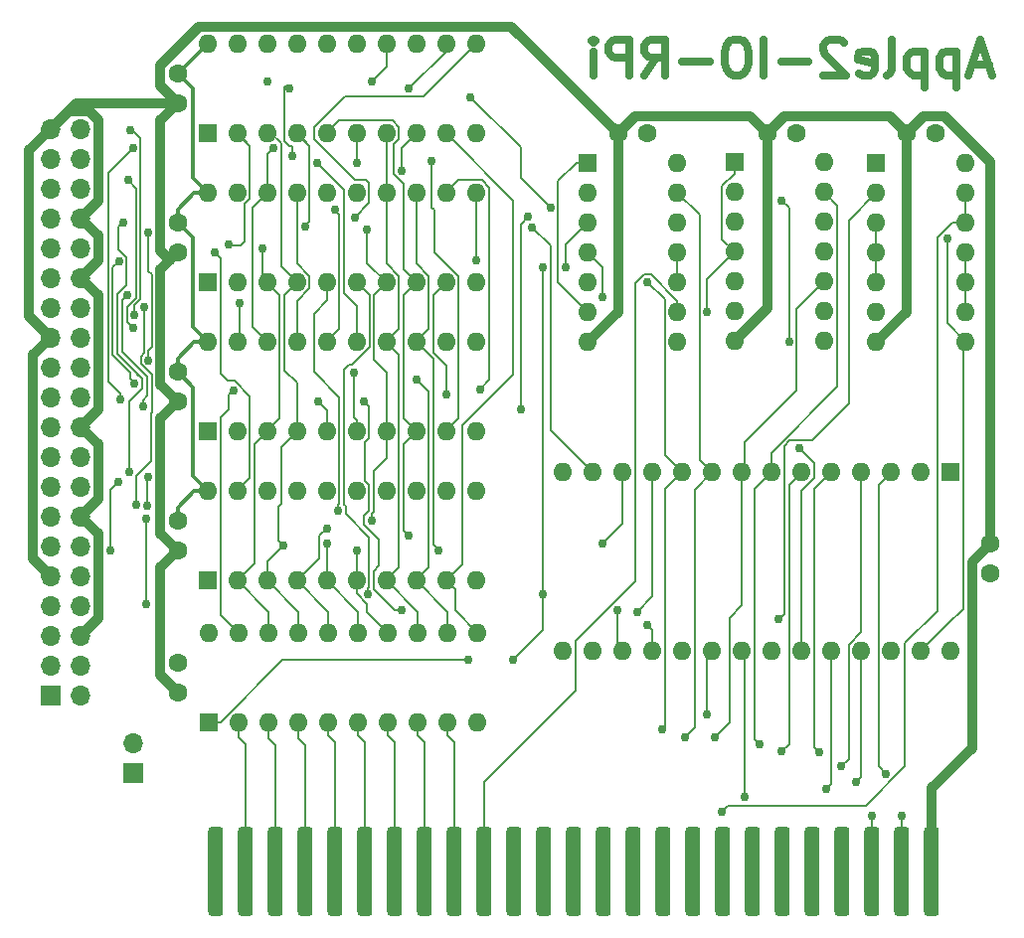
<source format=gbr>
G04 #@! TF.GenerationSoftware,KiCad,Pcbnew,(6.0.2-0)*
G04 #@! TF.CreationDate,2022-02-17T19:53:53-05:00*
G04 #@! TF.ProjectId,Apple2IORPi,4170706c-6532-4494-9f52-50692e6b6963,0.6*
G04 #@! TF.SameCoordinates,Original*
G04 #@! TF.FileFunction,Copper,L2,Bot*
G04 #@! TF.FilePolarity,Positive*
%FSLAX46Y46*%
G04 Gerber Fmt 4.6, Leading zero omitted, Abs format (unit mm)*
G04 Created by KiCad (PCBNEW (6.0.2-0)) date 2022-02-17 19:53:53*
%MOMM*%
%LPD*%
G01*
G04 APERTURE LIST*
G04 Aperture macros list*
%AMRoundRect*
0 Rectangle with rounded corners*
0 $1 Rounding radius*
0 $2 $3 $4 $5 $6 $7 $8 $9 X,Y pos of 4 corners*
0 Add a 4 corners polygon primitive as box body*
4,1,4,$2,$3,$4,$5,$6,$7,$8,$9,$2,$3,0*
0 Add four circle primitives for the rounded corners*
1,1,$1+$1,$2,$3*
1,1,$1+$1,$4,$5*
1,1,$1+$1,$6,$7*
1,1,$1+$1,$8,$9*
0 Add four rect primitives between the rounded corners*
20,1,$1+$1,$2,$3,$4,$5,0*
20,1,$1+$1,$4,$5,$6,$7,0*
20,1,$1+$1,$6,$7,$8,$9,0*
20,1,$1+$1,$8,$9,$2,$3,0*%
G04 Aperture macros list end*
%ADD10C,0.635000*%
G04 #@! TA.AperFunction,NonConductor*
%ADD11C,0.635000*%
G04 #@! TD*
G04 #@! TA.AperFunction,ConnectorPad*
%ADD12RoundRect,0.317500X-0.317500X-3.492500X0.317500X-3.492500X0.317500X3.492500X-0.317500X3.492500X0*%
G04 #@! TD*
G04 #@! TA.AperFunction,ComponentPad*
%ADD13R,1.700000X1.700000*%
G04 #@! TD*
G04 #@! TA.AperFunction,ComponentPad*
%ADD14O,1.700000X1.700000*%
G04 #@! TD*
G04 #@! TA.AperFunction,ComponentPad*
%ADD15R,1.600000X1.600000*%
G04 #@! TD*
G04 #@! TA.AperFunction,ComponentPad*
%ADD16O,1.600000X1.600000*%
G04 #@! TD*
G04 #@! TA.AperFunction,ComponentPad*
%ADD17C,1.600000*%
G04 #@! TD*
G04 #@! TA.AperFunction,ViaPad*
%ADD18C,0.762000*%
G04 #@! TD*
G04 #@! TA.AperFunction,Conductor*
%ADD19C,0.177800*%
G04 #@! TD*
G04 #@! TA.AperFunction,Conductor*
%ADD20C,0.812800*%
G04 #@! TD*
G04 #@! TA.AperFunction,Conductor*
%ADD21C,0.355600*%
G04 #@! TD*
G04 APERTURE END LIST*
D10*
D11*
X190365742Y-46888400D02*
X188914314Y-46888400D01*
X190656028Y-47759257D02*
X189640028Y-44711257D01*
X188624028Y-47759257D01*
X187608028Y-45727257D02*
X187608028Y-48775257D01*
X187608028Y-45872400D02*
X187317742Y-45727257D01*
X186737171Y-45727257D01*
X186446885Y-45872400D01*
X186301742Y-46017542D01*
X186156600Y-46307828D01*
X186156600Y-47178685D01*
X186301742Y-47468971D01*
X186446885Y-47614114D01*
X186737171Y-47759257D01*
X187317742Y-47759257D01*
X187608028Y-47614114D01*
X184850314Y-45727257D02*
X184850314Y-48775257D01*
X184850314Y-45872400D02*
X184560028Y-45727257D01*
X183979457Y-45727257D01*
X183689171Y-45872400D01*
X183544028Y-46017542D01*
X183398885Y-46307828D01*
X183398885Y-47178685D01*
X183544028Y-47468971D01*
X183689171Y-47614114D01*
X183979457Y-47759257D01*
X184560028Y-47759257D01*
X184850314Y-47614114D01*
X181657171Y-47759257D02*
X181947457Y-47614114D01*
X182092600Y-47323828D01*
X182092600Y-44711257D01*
X179334885Y-47614114D02*
X179625171Y-47759257D01*
X180205742Y-47759257D01*
X180496028Y-47614114D01*
X180641171Y-47323828D01*
X180641171Y-46162685D01*
X180496028Y-45872400D01*
X180205742Y-45727257D01*
X179625171Y-45727257D01*
X179334885Y-45872400D01*
X179189742Y-46162685D01*
X179189742Y-46452971D01*
X180641171Y-46743257D01*
X178028600Y-45001542D02*
X177883457Y-44856400D01*
X177593171Y-44711257D01*
X176867457Y-44711257D01*
X176577171Y-44856400D01*
X176432028Y-45001542D01*
X176286885Y-45291828D01*
X176286885Y-45582114D01*
X176432028Y-46017542D01*
X178173742Y-47759257D01*
X176286885Y-47759257D01*
X174980600Y-46598114D02*
X172658314Y-46598114D01*
X171206885Y-47759257D02*
X171206885Y-44711257D01*
X169174885Y-44711257D02*
X168594314Y-44711257D01*
X168304028Y-44856400D01*
X168013742Y-45146685D01*
X167868600Y-45727257D01*
X167868600Y-46743257D01*
X168013742Y-47323828D01*
X168304028Y-47614114D01*
X168594314Y-47759257D01*
X169174885Y-47759257D01*
X169465171Y-47614114D01*
X169755457Y-47323828D01*
X169900600Y-46743257D01*
X169900600Y-45727257D01*
X169755457Y-45146685D01*
X169465171Y-44856400D01*
X169174885Y-44711257D01*
X166562314Y-46598114D02*
X164240028Y-46598114D01*
X161046885Y-47759257D02*
X162062885Y-46307828D01*
X162788600Y-47759257D02*
X162788600Y-44711257D01*
X161627457Y-44711257D01*
X161337171Y-44856400D01*
X161192028Y-45001542D01*
X161046885Y-45291828D01*
X161046885Y-45727257D01*
X161192028Y-46017542D01*
X161337171Y-46162685D01*
X161627457Y-46307828D01*
X162788600Y-46307828D01*
X159740600Y-47759257D02*
X159740600Y-44711257D01*
X158579457Y-44711257D01*
X158289171Y-44856400D01*
X158144028Y-45001542D01*
X157998885Y-45291828D01*
X157998885Y-45727257D01*
X158144028Y-46017542D01*
X158289171Y-46162685D01*
X158579457Y-46307828D01*
X159740600Y-46307828D01*
X156692600Y-47759257D02*
X156692600Y-45727257D01*
X156692600Y-44711257D02*
X156837742Y-44856400D01*
X156692600Y-45001542D01*
X156547457Y-44856400D01*
X156692600Y-44711257D01*
X156692600Y-45001542D01*
D12*
X185495001Y-115570000D03*
X182955001Y-115570000D03*
X180415001Y-115570000D03*
X177875001Y-115570000D03*
X175335001Y-115570000D03*
X172795001Y-115570000D03*
X170255001Y-115570000D03*
X167715001Y-115570000D03*
X165175001Y-115570000D03*
X162635001Y-115570000D03*
X160095001Y-115570000D03*
X157555001Y-115570000D03*
X155015001Y-115570000D03*
X152475001Y-115570000D03*
X149935001Y-115570000D03*
X147395001Y-115570000D03*
X144855001Y-115570000D03*
X142315001Y-115570000D03*
X139775001Y-115570000D03*
X137235001Y-115570000D03*
X134695001Y-115570000D03*
X132155001Y-115570000D03*
X129615001Y-115570000D03*
X127075001Y-115570000D03*
X124535001Y-115570000D03*
D13*
X110490000Y-100584000D03*
D14*
X113030000Y-100584000D03*
X110490000Y-98044000D03*
X113030000Y-98044000D03*
X110490000Y-95504000D03*
X113030000Y-95504000D03*
X110490000Y-92964000D03*
X113030000Y-92964000D03*
X110490000Y-90424000D03*
X113030000Y-90424000D03*
X110490000Y-87884000D03*
X113030000Y-87884000D03*
X110490000Y-85344000D03*
X113030000Y-85344000D03*
X110490000Y-82804000D03*
X113030000Y-82804000D03*
X110490000Y-80264000D03*
X113030000Y-80264000D03*
X110490000Y-77724000D03*
X113030000Y-77724000D03*
X110490000Y-75184000D03*
X113030000Y-75184000D03*
X110490000Y-72644000D03*
X113030000Y-72644000D03*
X110490000Y-70104000D03*
X113030000Y-70104000D03*
X110490000Y-67564000D03*
X113030000Y-67564000D03*
X110490000Y-65024000D03*
X113030000Y-65024000D03*
X110490000Y-62484000D03*
X113030000Y-62484000D03*
X110490000Y-59944000D03*
X113030000Y-59944000D03*
X110490000Y-57404000D03*
X113030000Y-57404000D03*
X110490000Y-54864000D03*
X113030000Y-54864000D03*
X110490000Y-52324000D03*
X113030000Y-52324000D03*
D15*
X123952000Y-102870000D03*
D16*
X126492000Y-102870000D03*
X129032000Y-102870000D03*
X131572000Y-102870000D03*
X134112000Y-102870000D03*
X136652000Y-102870000D03*
X139192000Y-102870000D03*
X141732000Y-102870000D03*
X144272000Y-102870000D03*
X146812000Y-102870000D03*
X146812000Y-95250000D03*
X144272000Y-95250000D03*
X141732000Y-95250000D03*
X139192000Y-95250000D03*
X136652000Y-95250000D03*
X134112000Y-95250000D03*
X131572000Y-95250000D03*
X129032000Y-95250000D03*
X126492000Y-95250000D03*
X123952000Y-95250000D03*
D15*
X180771800Y-55245000D03*
D16*
X180771800Y-57785000D03*
X180771800Y-60325000D03*
X180771800Y-62865000D03*
X180771800Y-65405000D03*
X180771800Y-67945000D03*
X180771800Y-70485000D03*
X188391800Y-70485000D03*
X188391800Y-67945000D03*
X188391800Y-65405000D03*
X188391800Y-62865000D03*
X188391800Y-60325000D03*
X188391800Y-57785000D03*
X188391800Y-55245000D03*
D15*
X156210000Y-55245000D03*
D16*
X156210000Y-57785000D03*
X156210000Y-60325000D03*
X156210000Y-62865000D03*
X156210000Y-65405000D03*
X156210000Y-67945000D03*
X156210000Y-70485000D03*
X163830000Y-70485000D03*
X163830000Y-67945000D03*
X163830000Y-65405000D03*
X163830000Y-62865000D03*
X163830000Y-60325000D03*
X163830000Y-57785000D03*
X163830000Y-55245000D03*
D15*
X123825000Y-90805000D03*
D16*
X126365000Y-90805000D03*
X128905000Y-90805000D03*
X131445000Y-90805000D03*
X133985000Y-90805000D03*
X136525000Y-90805000D03*
X139065000Y-90805000D03*
X141605000Y-90805000D03*
X144145000Y-90805000D03*
X146685000Y-90805000D03*
X146685000Y-83185000D03*
X144145000Y-83185000D03*
X141605000Y-83185000D03*
X139065000Y-83185000D03*
X136525000Y-83185000D03*
X133985000Y-83185000D03*
X131445000Y-83185000D03*
X128905000Y-83185000D03*
X126365000Y-83185000D03*
X123825000Y-83185000D03*
D15*
X123825000Y-78105000D03*
D16*
X126365000Y-78105000D03*
X128905000Y-78105000D03*
X131445000Y-78105000D03*
X133985000Y-78105000D03*
X136525000Y-78105000D03*
X139065000Y-78105000D03*
X141605000Y-78105000D03*
X144145000Y-78105000D03*
X146685000Y-78105000D03*
X146685000Y-70485000D03*
X144145000Y-70485000D03*
X141605000Y-70485000D03*
X139065000Y-70485000D03*
X136525000Y-70485000D03*
X133985000Y-70485000D03*
X131445000Y-70485000D03*
X128905000Y-70485000D03*
X126365000Y-70485000D03*
X123825000Y-70485000D03*
D15*
X187101925Y-81586962D03*
D16*
X184561925Y-81586962D03*
X182021925Y-81586962D03*
X179481925Y-81586962D03*
X176941925Y-81586962D03*
X174401925Y-81586962D03*
X171861925Y-81586962D03*
X169321925Y-81586962D03*
X166781925Y-81586962D03*
X164241925Y-81586962D03*
X161701925Y-81586962D03*
X159161925Y-81586962D03*
X156621925Y-81586962D03*
X154081925Y-81586962D03*
X154081925Y-96826962D03*
X156621925Y-96826962D03*
X159161925Y-96826962D03*
X161701925Y-96826962D03*
X164241925Y-96826962D03*
X166781925Y-96826962D03*
X169321925Y-96826962D03*
X171861925Y-96826962D03*
X174401925Y-96826962D03*
X176941925Y-96826962D03*
X179481925Y-96826962D03*
X182021925Y-96826962D03*
X184561925Y-96826962D03*
X187101925Y-96826962D03*
D15*
X123825000Y-65405000D03*
D16*
X126365000Y-65405000D03*
X128905000Y-65405000D03*
X131445000Y-65405000D03*
X133985000Y-65405000D03*
X136525000Y-65405000D03*
X139065000Y-65405000D03*
X141605000Y-65405000D03*
X144145000Y-65405000D03*
X146685000Y-65405000D03*
X146685000Y-57785000D03*
X144145000Y-57785000D03*
X141605000Y-57785000D03*
X139065000Y-57785000D03*
X136525000Y-57785000D03*
X133985000Y-57785000D03*
X131445000Y-57785000D03*
X128905000Y-57785000D03*
X126365000Y-57785000D03*
X123825000Y-57785000D03*
D15*
X123825000Y-52705000D03*
D16*
X126365000Y-52705000D03*
X128905000Y-52705000D03*
X131445000Y-52705000D03*
X133985000Y-52705000D03*
X136525000Y-52705000D03*
X139065000Y-52705000D03*
X141605000Y-52705000D03*
X144145000Y-52705000D03*
X146685000Y-52705000D03*
X146685000Y-45085000D03*
X144145000Y-45085000D03*
X141605000Y-45085000D03*
X139065000Y-45085000D03*
X136525000Y-45085000D03*
X133985000Y-45085000D03*
X131445000Y-45085000D03*
X128905000Y-45085000D03*
X126365000Y-45085000D03*
X123825000Y-45085000D03*
D17*
X121285000Y-97830000D03*
X121285000Y-100330000D03*
X190500000Y-90170000D03*
X190500000Y-87670000D03*
X185851800Y-52705000D03*
X183351800Y-52705000D03*
X161290000Y-52705000D03*
X158790000Y-52705000D03*
X121285000Y-85765000D03*
X121285000Y-88265000D03*
X121285000Y-73065000D03*
X121285000Y-75565000D03*
X121285000Y-47625000D03*
X121285000Y-50125000D03*
X121285000Y-60325000D03*
X121285000Y-62825000D03*
X173990000Y-52705000D03*
X171490000Y-52705000D03*
D15*
X168706800Y-55168800D03*
D16*
X168706800Y-57708800D03*
X168706800Y-60248800D03*
X168706800Y-62788800D03*
X168706800Y-65328800D03*
X168706800Y-67868800D03*
X168706800Y-70408800D03*
X176326800Y-70408800D03*
X176326800Y-67868800D03*
X176326800Y-65328800D03*
X176326800Y-62788800D03*
X176326800Y-60248800D03*
X176326800Y-57708800D03*
X176326800Y-55168800D03*
D13*
X117500400Y-107238800D03*
D14*
X117500400Y-104698800D03*
D18*
X133985000Y-87630000D03*
X140970000Y-86995000D03*
X143510000Y-88265000D03*
X136525000Y-55245000D03*
X136525000Y-88265000D03*
X181610000Y-107315000D03*
X158750000Y-93345000D03*
X177800000Y-106654599D03*
X141605000Y-73660000D03*
X140335000Y-55892700D03*
X161290000Y-94602300D03*
X175895000Y-105410000D03*
X129438400Y-53988593D03*
X172720000Y-105397300D03*
X172466000Y-94107000D03*
X166370000Y-102235000D03*
X170815000Y-104749600D03*
X169557700Y-109220000D03*
X167005000Y-104140000D03*
X164465000Y-104140000D03*
X162560000Y-103505000D03*
X161290000Y-65405000D03*
X176530000Y-108585000D03*
X128524000Y-62547500D03*
X160401000Y-93497400D03*
X125649727Y-62204599D03*
X179070000Y-107950000D03*
X130276600Y-87833200D03*
X157454600Y-87680800D03*
X132156200Y-60629800D03*
X137414000Y-60947300D03*
X151485600Y-60706000D03*
X137795000Y-85725000D03*
X133985000Y-86360000D03*
X167640000Y-110490000D03*
X180415001Y-110871000D03*
X182955001Y-110871000D03*
X118618000Y-92837000D03*
X118592600Y-85547200D03*
X137160000Y-75565000D03*
X144145000Y-74930000D03*
X140335000Y-93345000D03*
X137509508Y-92004891D03*
X115581801Y-88265000D03*
X116205000Y-82448400D03*
X134975600Y-84886800D03*
X118783199Y-82016600D03*
X118719600Y-84429600D03*
X117779800Y-84378800D03*
X118427500Y-67487800D03*
X116611400Y-60299600D03*
X117132100Y-81584800D03*
X136372600Y-59867800D03*
X131025999Y-54636293D03*
X140970000Y-48895000D03*
X116408200Y-75412600D03*
X117475000Y-53975000D03*
X130810000Y-48920400D03*
X128905000Y-48272700D03*
X137795000Y-48272700D03*
X117017800Y-66497200D03*
X118351300Y-75980431D03*
X117602000Y-74015600D03*
X116281200Y-63600701D03*
X126517400Y-67157600D03*
X118783199Y-61163200D03*
X118783199Y-72059800D03*
X133248400Y-75603199D03*
X117500400Y-69316600D03*
X117043200Y-56718200D03*
X136271000Y-73088500D03*
X134645400Y-59207400D03*
X142925800Y-55067200D03*
X133159401Y-55269910D03*
X117271800Y-52451000D03*
X117602000Y-68224400D03*
X149860000Y-97601573D03*
X152400000Y-64135000D03*
X152400000Y-91948000D03*
X146050000Y-97601573D03*
X157480000Y-66675000D03*
X126034006Y-74625994D03*
X166370000Y-67945000D03*
X154330401Y-64135000D03*
X124460000Y-62865000D03*
X151136567Y-59833416D03*
X150495000Y-76200000D03*
X174218600Y-79552800D03*
X147015200Y-74549000D03*
X146685000Y-63500000D03*
X153035000Y-59055000D03*
X146227800Y-49631600D03*
X172720000Y-58420000D03*
X173355000Y-70485000D03*
X186798209Y-61703209D03*
D19*
X140131701Y-52192983D02*
X139577017Y-51638299D01*
X140538299Y-79171701D02*
X140538299Y-86563299D01*
X139687299Y-56203597D02*
X139687299Y-54622701D01*
X135051701Y-51638299D02*
X133985000Y-52705000D01*
X140538299Y-77038299D02*
X141605000Y-78105000D01*
X140538299Y-86563299D02*
X140970000Y-86995000D01*
X133985000Y-87630000D02*
X133985000Y-90805000D01*
X140538299Y-66471701D02*
X140538299Y-77038299D01*
X140538299Y-64338299D02*
X140538299Y-57054597D01*
X139700000Y-54610000D02*
X139700000Y-53648718D01*
X140131701Y-53217017D02*
X140131701Y-52192983D01*
X139687299Y-54622701D02*
X139700000Y-54610000D01*
X141605000Y-65405000D02*
X140538299Y-64338299D01*
X141605000Y-65405000D02*
X140538299Y-66471701D01*
X140538299Y-57054597D02*
X139687299Y-56203597D01*
X139577017Y-51638299D02*
X135051701Y-51638299D01*
X139700000Y-53648718D02*
X140131701Y-53217017D01*
X136652000Y-95250000D02*
X136652000Y-93472000D01*
X136652000Y-93472000D02*
X133985000Y-90805000D01*
X141605000Y-78105000D02*
X140538299Y-79171701D01*
X137414000Y-93472000D02*
X139192000Y-95250000D01*
X136525000Y-91936370D02*
X137414000Y-92825370D01*
X143027311Y-87782311D02*
X143510000Y-88265000D01*
X136525000Y-88265000D02*
X136525000Y-90805000D01*
X142671701Y-69418299D02*
X141605000Y-70485000D01*
X136525000Y-55245000D02*
X136525000Y-52705000D01*
X142671701Y-64892983D02*
X142671701Y-69418299D01*
X141605000Y-70485000D02*
X143027311Y-71907311D01*
X141605000Y-63826282D02*
X142671701Y-64892983D01*
X141605000Y-57785000D02*
X141605000Y-63826282D01*
X137414000Y-92825370D02*
X137414000Y-93472000D01*
X136525000Y-90805000D02*
X136525000Y-91936370D01*
X143027311Y-71907311D02*
X143027311Y-87782311D01*
X181610000Y-107315000D02*
X180955224Y-106660224D01*
X180955224Y-82653663D02*
X182021925Y-81586962D01*
X180955224Y-106660224D02*
X180955224Y-82653663D01*
X139065000Y-57785000D02*
X139065000Y-63826282D01*
X139065000Y-52705000D02*
X139065000Y-57785000D01*
X140131701Y-89738299D02*
X140131701Y-71551701D01*
X158750000Y-93345000D02*
X158750000Y-96415037D01*
X139065000Y-90805000D02*
X140131701Y-89738299D01*
X141732000Y-93472000D02*
X139065000Y-90805000D01*
X140131701Y-69418299D02*
X139065000Y-70485000D01*
X140131701Y-71551701D02*
X139065000Y-70485000D01*
X141732000Y-95250000D02*
X141732000Y-93472000D01*
X140131701Y-64892983D02*
X140131701Y-69418299D01*
X158750000Y-96415037D02*
X159161925Y-96826962D01*
X139065000Y-63826282D02*
X140131701Y-64892983D01*
X179481925Y-95248244D02*
X178415224Y-96314945D01*
X178415224Y-96314945D02*
X178415224Y-106039375D01*
X178415224Y-106039375D02*
X177800000Y-106654599D01*
X179481925Y-81586962D02*
X179481925Y-95248244D01*
X141605000Y-90805000D02*
X142671701Y-89738299D01*
X140335000Y-53975000D02*
X140335000Y-55892700D01*
X132388718Y-64770000D02*
X131445000Y-63826282D01*
X161290000Y-94602300D02*
X161701925Y-95014225D01*
X161701925Y-95014225D02*
X161701925Y-96826962D01*
X142671701Y-74726701D02*
X141605000Y-73660000D01*
X131445000Y-66983718D02*
X132511701Y-65917017D01*
X141605000Y-52705000D02*
X140335000Y-53975000D01*
X144272000Y-93472000D02*
X141605000Y-90805000D01*
X132511701Y-65917017D02*
X132511701Y-64770000D01*
X131445000Y-63826282D02*
X131445000Y-57785000D01*
X144272000Y-95250000D02*
X144272000Y-93472000D01*
X132511701Y-64770000D02*
X132388718Y-64770000D01*
X142671701Y-89738299D02*
X142671701Y-74726701D01*
X131445000Y-70485000D02*
X131445000Y-66983718D01*
X175514001Y-83014886D02*
X176941925Y-81586962D01*
X175895000Y-105410000D02*
X175514001Y-105029001D01*
X175514001Y-105029001D02*
X175514001Y-83014886D01*
X128905000Y-54521993D02*
X129438400Y-53988593D01*
X145150595Y-89799405D02*
X144145000Y-90805000D01*
X144944999Y-91604999D02*
X144944999Y-93382999D01*
X144145000Y-52705000D02*
X149872701Y-58432701D01*
X144944999Y-93382999D02*
X146812000Y-95250000D01*
X127635000Y-59055000D02*
X127635000Y-69215000D01*
X149872701Y-73266398D02*
X145542099Y-77597000D01*
X127635000Y-69215000D02*
X128905000Y-70485000D01*
X144145000Y-90805000D02*
X144944999Y-91604999D01*
X145542099Y-77597000D02*
X145542099Y-89407901D01*
X149872701Y-58432701D02*
X149872701Y-73266398D01*
X128905000Y-57785000D02*
X127635000Y-59055000D01*
X145542099Y-89407901D02*
X144145000Y-90805000D01*
X128905000Y-57785000D02*
X128905000Y-54521993D01*
X174401925Y-81586962D02*
X173335224Y-82653663D01*
X173335224Y-104782076D02*
X172720000Y-105397300D01*
X173335224Y-82653663D02*
X173335224Y-104782076D01*
X178415224Y-60141576D02*
X180771800Y-57785000D01*
X166370000Y-97238887D02*
X166781925Y-96826962D01*
X172928626Y-93644374D02*
X172928626Y-79369574D01*
X173393101Y-78905099D02*
X175286407Y-78905099D01*
X166370000Y-102235000D02*
X166370000Y-97238887D01*
X172466000Y-94107000D02*
X172928626Y-93644374D01*
X178415224Y-75776282D02*
X178415224Y-60141576D01*
X172928626Y-79369574D02*
X173393101Y-78905099D01*
X175286407Y-78905099D02*
X178415224Y-75776282D01*
X170434001Y-104368601D02*
X170434001Y-83014886D01*
X177469701Y-74325591D02*
X171861925Y-79933367D01*
X176326800Y-57708800D02*
X177469701Y-58851701D01*
X170434001Y-83014886D02*
X171861925Y-81586962D01*
X170815000Y-104749600D02*
X170434001Y-104368601D01*
X177469701Y-58851701D02*
X177469701Y-74325591D01*
X171861925Y-79933367D02*
X171861925Y-81586962D01*
X172085000Y-81363887D02*
X171861925Y-81586962D01*
X169557700Y-109220000D02*
X169557700Y-97062737D01*
X169557700Y-97062737D02*
X169321925Y-96826962D01*
X169545000Y-79051402D02*
X171627800Y-76968602D01*
X168275000Y-102870000D02*
X168255224Y-102850224D01*
X168255224Y-102850224D02*
X168255224Y-93999776D01*
X167005000Y-104140000D02*
X168275000Y-102870000D01*
X169545000Y-81363887D02*
X169321925Y-81586962D01*
X174002701Y-74593701D02*
X171627800Y-76968602D01*
X169321925Y-92933075D02*
X168255224Y-93999776D01*
X169321925Y-81586962D02*
X169321925Y-92933075D01*
X171627800Y-76968602D02*
X171774103Y-76822299D01*
X174002701Y-67652899D02*
X174002701Y-74593701D01*
X176326800Y-65328800D02*
X174002701Y-67652899D01*
X169545000Y-79051402D02*
X169545000Y-81363887D01*
X166781925Y-81586962D02*
X165722299Y-80527336D01*
X165722299Y-59677299D02*
X163830000Y-57785000D01*
X164465000Y-104140000D02*
X165308626Y-103296374D01*
X165722299Y-80527336D02*
X165722299Y-59677299D01*
X165308626Y-103296374D02*
X165308626Y-83060261D01*
X165308626Y-83060261D02*
X166781925Y-81586962D01*
X162814001Y-103250999D02*
X162560000Y-103505000D01*
X164241925Y-81586962D02*
X162763299Y-80108336D01*
X162763299Y-80108336D02*
X162763299Y-66878299D01*
X162814001Y-83014886D02*
X164241925Y-81586962D01*
X162814001Y-83014886D02*
X162814001Y-103250999D01*
X162763299Y-66878299D02*
X161290000Y-65405000D01*
X176530000Y-108585000D02*
X176941925Y-108173075D01*
X176941925Y-108173075D02*
X176941925Y-96826962D01*
X129971701Y-66471701D02*
X128905000Y-65405000D01*
X161701925Y-92196475D02*
X160401000Y-93497400D01*
X128524000Y-65024000D02*
X128905000Y-65405000D01*
X126365000Y-52705000D02*
X127431701Y-53771701D01*
X127838299Y-89331701D02*
X127838299Y-79171701D01*
X129971701Y-77038299D02*
X129971701Y-66471701D01*
X128524000Y-62547500D02*
X128524000Y-65024000D01*
X129032000Y-93472000D02*
X126365000Y-90805000D01*
X126675897Y-62242701D02*
X125687829Y-62242701D01*
X127164999Y-53504999D02*
X126365000Y-52705000D01*
X126365000Y-90805000D02*
X127838299Y-89331701D01*
X127012701Y-58716017D02*
X127012701Y-61905897D01*
X161701925Y-81586962D02*
X161701925Y-92196475D01*
X127431701Y-53771701D02*
X127431701Y-58297017D01*
X127431701Y-58297017D02*
X127012701Y-58716017D01*
X127012701Y-61905897D02*
X126675897Y-62242701D01*
X127838299Y-79171701D02*
X128905000Y-78105000D01*
X129032000Y-95250000D02*
X129032000Y-93472000D01*
X125687829Y-62242701D02*
X125649727Y-62204599D01*
X128905000Y-78105000D02*
X129971701Y-77038299D01*
X179070000Y-107950000D02*
X179481925Y-107538075D01*
X179481925Y-107538075D02*
X179481925Y-96826962D01*
X130086101Y-64046101D02*
X130086101Y-54508400D01*
X130124200Y-79425800D02*
X130276600Y-79273400D01*
X131445000Y-65405000D02*
X130378299Y-66471701D01*
X130086101Y-53576209D02*
X129214892Y-52705000D01*
X129895601Y-84505799D02*
X130124200Y-84277200D01*
X130276600Y-79273400D02*
X131445000Y-78105000D01*
X131445000Y-65405000D02*
X130086101Y-64046101D01*
X130276600Y-87833200D02*
X129895601Y-87452201D01*
X130378299Y-72916897D02*
X131445000Y-73983598D01*
X131445000Y-78105000D02*
X131445000Y-73983598D01*
X159161925Y-81586962D02*
X159161925Y-85973475D01*
X131572000Y-95250000D02*
X131572000Y-93472000D01*
X130175000Y-79375000D02*
X130276600Y-79273400D01*
X130276600Y-87833200D02*
X128905000Y-89204800D01*
X130124200Y-84277200D02*
X130124200Y-79425800D01*
X130086101Y-54508400D02*
X130086101Y-53576209D01*
X129214892Y-52705000D02*
X128905000Y-52705000D01*
X128905000Y-89204800D02*
X128905000Y-90805000D01*
X159161925Y-85973475D02*
X157454600Y-87680800D01*
X130378299Y-66471701D02*
X130378299Y-72916897D01*
X130086101Y-54508400D02*
X130086101Y-54394099D01*
X129895601Y-87452201D02*
X129895601Y-84505799D01*
X131572000Y-93472000D02*
X128905000Y-90805000D01*
X153047701Y-62268101D02*
X153047701Y-78012738D01*
X132244999Y-53504999D02*
X131445000Y-52705000D01*
X139065000Y-80391000D02*
X139065000Y-78105000D01*
X137998299Y-72009099D02*
X139065000Y-73075800D01*
X133985000Y-86360000D02*
X133337299Y-87007701D01*
X137795000Y-85166200D02*
X137972800Y-84988400D01*
X139065000Y-65405000D02*
X137998299Y-66471701D01*
X137795000Y-85725000D02*
X137795000Y-85166200D01*
X132511701Y-53771701D02*
X132511701Y-60274299D01*
X139065000Y-65405000D02*
X137414000Y-63754000D01*
X137972800Y-81483200D02*
X139065000Y-80391000D01*
X139065000Y-73075800D02*
X139065000Y-78105000D01*
X137998299Y-66471701D02*
X137998299Y-72009099D01*
X151485600Y-60706000D02*
X153047701Y-62268101D01*
X153047701Y-78012738D02*
X156621925Y-81586962D01*
X134112000Y-93472000D02*
X131445000Y-90805000D01*
X134112000Y-95250000D02*
X134112000Y-93472000D01*
X137972800Y-84988400D02*
X137972800Y-81483200D01*
X132511701Y-60274299D02*
X132156200Y-60629800D01*
X137414000Y-63754000D02*
X137414000Y-60947300D01*
X133337299Y-87007701D02*
X133337299Y-88912701D01*
X131445000Y-52705000D02*
X132511701Y-53771701D01*
X133337299Y-88912701D02*
X131445000Y-90805000D01*
X183232299Y-96119496D02*
X185959024Y-93392771D01*
X168122600Y-110007400D02*
X179876198Y-110007400D01*
X179876198Y-110007400D02*
X183232299Y-106651299D01*
X187260430Y-60325000D02*
X185959024Y-61626406D01*
X185959024Y-93392771D02*
X185959024Y-61626406D01*
X188391800Y-60325000D02*
X187260430Y-60325000D01*
X168122600Y-110007400D02*
X167640000Y-110490000D01*
X183232299Y-106651299D02*
X183232299Y-96119496D01*
X188391800Y-57785000D02*
X188391800Y-60325000D01*
X180415001Y-115570000D02*
X180415001Y-110871000D01*
X182955001Y-110871000D02*
X182955001Y-115570000D01*
X141732000Y-102870000D02*
X141732000Y-104001370D01*
X141732000Y-104001370D02*
X142315001Y-104584371D01*
X142315001Y-104584371D02*
X142315001Y-115570000D01*
X139192000Y-102870000D02*
X139192000Y-104001370D01*
X139775001Y-104584371D02*
X139775001Y-115570000D01*
X139192000Y-104001370D02*
X139775001Y-104584371D01*
X137235001Y-104584371D02*
X137235001Y-115570000D01*
X136652000Y-104001370D02*
X137235001Y-104584371D01*
X136652000Y-102870000D02*
X136652000Y-104001370D01*
X134695001Y-104584371D02*
X134695001Y-115570000D01*
X134112000Y-102870000D02*
X134112000Y-104001370D01*
X134112000Y-104001370D02*
X134695001Y-104584371D01*
X131572000Y-102870000D02*
X131572000Y-104267000D01*
X132155001Y-104850001D02*
X132155001Y-115570000D01*
X131572000Y-104267000D02*
X132155001Y-104850001D01*
X129615001Y-104850001D02*
X129615001Y-115570000D01*
X129032000Y-102870000D02*
X129032000Y-104267000D01*
X129032000Y-104267000D02*
X129615001Y-104850001D01*
X126492000Y-104191999D02*
X127075001Y-104775000D01*
X127075001Y-104775000D02*
X127075001Y-115570000D01*
X126492000Y-102870000D02*
X126492000Y-104191999D01*
X118592600Y-92811600D02*
X118618000Y-92837000D01*
X118592600Y-85547200D02*
X118592600Y-92811600D01*
X137147299Y-86035897D02*
X138442701Y-87331299D01*
X138442701Y-87331299D02*
X138442701Y-89573198D01*
X143078299Y-71455391D02*
X144145000Y-72522092D01*
X137591701Y-82672983D02*
X137591701Y-84866591D01*
X137160000Y-75565000D02*
X137591701Y-75996701D01*
X137591701Y-84866591D02*
X137147299Y-85310993D01*
X137998299Y-90017600D02*
X137998299Y-91547114D01*
X138442701Y-89573198D02*
X137998299Y-90017600D01*
X137998299Y-91547114D02*
X139796185Y-93345000D01*
X137236200Y-79044800D02*
X137236200Y-82317482D01*
X143078299Y-66471701D02*
X143078299Y-71455391D01*
X144145000Y-65405000D02*
X143078299Y-66471701D01*
X137147299Y-85310993D02*
X137147299Y-86035897D01*
X137591701Y-75996701D02*
X137591701Y-78689299D01*
X137236200Y-82317482D02*
X137591701Y-82672983D01*
X144145000Y-72522092D02*
X144145000Y-74930000D01*
X139796185Y-93345000D02*
X140335000Y-93345000D01*
X137591701Y-78689299D02*
X137236200Y-79044800D01*
X135458299Y-77089000D02*
X135458299Y-84328099D01*
X135890001Y-72440799D02*
X135458299Y-72872501D01*
X137509508Y-91466076D02*
X137509508Y-92004891D01*
X135458299Y-72872501D02*
X135458299Y-75412600D01*
X135623301Y-84493101D02*
X135623301Y-85153501D01*
X135458299Y-75412600D02*
X135458299Y-77089000D01*
X137642600Y-70946118D02*
X136147919Y-72440799D01*
X136147919Y-72440799D02*
X135890001Y-72440799D01*
X135458299Y-84328099D02*
X135623301Y-84493101D01*
X137591701Y-91383883D02*
X137509508Y-91466076D01*
X135623301Y-85153501D02*
X137591701Y-87121901D01*
X137591701Y-87121901D02*
X137591701Y-91383883D01*
X135458299Y-76308103D02*
X135458299Y-77089000D01*
X137642600Y-66522600D02*
X137642600Y-70946118D01*
X136525000Y-65405000D02*
X137642600Y-66522600D01*
X135458299Y-75087690D02*
X135458299Y-75412600D01*
X116205000Y-82448400D02*
X115581801Y-83071599D01*
X115581801Y-83071599D02*
X115581801Y-88265000D01*
X134975600Y-84347985D02*
X134975600Y-84886800D01*
X135051701Y-75184000D02*
X135051701Y-84271884D01*
X135051701Y-84271884D02*
X134975600Y-84347985D01*
X133985000Y-66954400D02*
X132867311Y-68072089D01*
X132867311Y-68072089D02*
X132867311Y-72999610D01*
X133985000Y-65405000D02*
X133985000Y-66954400D01*
X132867311Y-72999610D02*
X135051701Y-75184000D01*
X118719600Y-82080199D02*
X118783199Y-82016600D01*
X118719600Y-84429600D02*
X118719600Y-82080199D01*
X119075289Y-76479311D02*
X118999000Y-76555600D01*
X118999000Y-80676498D02*
X117779800Y-81895698D01*
X119075289Y-73310488D02*
X119075289Y-76479311D01*
X118135498Y-72370697D02*
X119075289Y-73310488D01*
X118427500Y-68605400D02*
X118427500Y-71456901D01*
X118135498Y-71748903D02*
X118135498Y-72370697D01*
X118999000Y-76555600D02*
X118999000Y-80676498D01*
X118427500Y-68605400D02*
X118427500Y-69348098D01*
X118427500Y-67487800D02*
X118427500Y-68605400D01*
X117779800Y-81895698D02*
X117779800Y-84378800D01*
X118427500Y-71456901D02*
X118135498Y-71748903D01*
X116103420Y-66446380D02*
X116103420Y-69240400D01*
X137337899Y-56718299D02*
X137591701Y-56972101D01*
X118249701Y-74142600D02*
X118249701Y-73704703D01*
X116928901Y-65620899D02*
X116103420Y-66446380D01*
X132918299Y-52192983D02*
X135568581Y-49542701D01*
X117132100Y-75596498D02*
X118249701Y-74478897D01*
X118249701Y-73621578D02*
X118249701Y-74142600D01*
X116928901Y-63309501D02*
X116928901Y-65620899D01*
X137591701Y-56972101D02*
X137591701Y-58648699D01*
X132918299Y-53217017D02*
X132918299Y-52192983D01*
X132918299Y-53217017D02*
X136419581Y-56718299D01*
X136419581Y-56718299D02*
X137337899Y-56718299D01*
X117132100Y-81584800D02*
X117132100Y-75596498D01*
X118249701Y-74478897D02*
X118249701Y-74142600D01*
X116230401Y-62611001D02*
X116928901Y-63309501D01*
X135568581Y-49542701D02*
X142227299Y-49542701D01*
X116103420Y-69240400D02*
X116103420Y-70535800D01*
X116230401Y-60680599D02*
X116230401Y-62611001D01*
X142227299Y-49542701D02*
X146685000Y-45085000D01*
X116611400Y-60299600D02*
X116230401Y-60680599D01*
X137591701Y-58648699D02*
X136372600Y-59867800D01*
X117957609Y-73329486D02*
X117627723Y-72999600D01*
X116103420Y-71475297D02*
X118249701Y-73621578D01*
X116103420Y-69240400D02*
X116103420Y-71475297D01*
X116408200Y-75412600D02*
X116408200Y-74873785D01*
X130378299Y-48691701D02*
X130581301Y-48691701D01*
X115392200Y-56057800D02*
X115392200Y-70916800D01*
X115392200Y-70916800D02*
X115392200Y-71577200D01*
X117475000Y-53975000D02*
X115392200Y-56057800D01*
X130378299Y-48691701D02*
X130378299Y-53365499D01*
X130378299Y-53365499D02*
X130784501Y-53771701D01*
X140970000Y-48895000D02*
X144145000Y-45720000D01*
X130784501Y-53771701D02*
X130962301Y-53771701D01*
X115392200Y-73857785D02*
X115392200Y-70916800D01*
X130962301Y-53771701D02*
X131025999Y-53835399D01*
X130581301Y-48691701D02*
X130810000Y-48920400D01*
X144145000Y-45720000D02*
X144145000Y-45085000D01*
X131025999Y-53835399D02*
X131025999Y-54636293D01*
X116408200Y-74873785D02*
X115392200Y-73857785D01*
X139065000Y-47002700D02*
X137795000Y-48272700D01*
X139065000Y-45085000D02*
X139065000Y-47002700D01*
X116598690Y-71336797D02*
X118719679Y-73457786D01*
X117017800Y-66497200D02*
X116598690Y-66916310D01*
X118719679Y-75073237D02*
X118351300Y-75441616D01*
X118719679Y-73457786D02*
X118719679Y-75073237D01*
X118351300Y-75441616D02*
X118351300Y-75980431D01*
X116598690Y-66916310D02*
X116598690Y-71336797D01*
X115747810Y-64134091D02*
X116281200Y-63600701D01*
X115747810Y-71622595D02*
X115747810Y-64134091D01*
X117221001Y-73634601D02*
X117221001Y-73095786D01*
X117221001Y-73095786D02*
X115747810Y-71622595D01*
X117602000Y-74015600D02*
X117221001Y-73634601D01*
X126517400Y-70332600D02*
X126365000Y-70485000D01*
X126517400Y-67157600D02*
X126517400Y-70332600D01*
X133985000Y-76339799D02*
X133248400Y-75603199D01*
X119075200Y-70929599D02*
X118783199Y-71221600D01*
X119075200Y-64744600D02*
X119075200Y-70929599D01*
X118783199Y-71221600D02*
X118783199Y-72059800D01*
X118783199Y-61163200D02*
X118783199Y-64452599D01*
X118783199Y-64452599D02*
X119075200Y-64744600D01*
X133985000Y-78105000D02*
X133985000Y-76339799D01*
X117500400Y-69316600D02*
X116954299Y-68770499D01*
X117754400Y-57429400D02*
X117043200Y-56718200D01*
X136271000Y-73088500D02*
X136271000Y-76911200D01*
X117754400Y-66719198D02*
X117754400Y-57429400D01*
X116954299Y-68770499D02*
X116954299Y-67519299D01*
X116954299Y-67519299D02*
X117754400Y-66719198D01*
X136525000Y-78105000D02*
X136525000Y-77165200D01*
X136271000Y-76911200D02*
X136525000Y-77165200D01*
X133985000Y-70485000D02*
X135051701Y-69418299D01*
X135051701Y-59613701D02*
X134645400Y-59207400D01*
X135051701Y-69418299D02*
X135051701Y-59613701D01*
X142925800Y-59029600D02*
X142925800Y-55067200D01*
X143154400Y-59258200D02*
X143154400Y-62835682D01*
X145211701Y-64892983D02*
X145211701Y-77038299D01*
X145211701Y-77038299D02*
X144145000Y-78105000D01*
X143154400Y-59258200D02*
X142925800Y-59029600D01*
X143154400Y-62835682D02*
X145211701Y-64892983D01*
X135458299Y-57568808D02*
X135458299Y-66344899D01*
X133159401Y-55269910D02*
X135458299Y-57568808D01*
X135458299Y-66344899D02*
X136525000Y-67411600D01*
X136525000Y-67411600D02*
X136525000Y-70485000D01*
X133159401Y-55269910D02*
X133096000Y-55372000D01*
X117424200Y-52451000D02*
X117271800Y-52451000D01*
X118110010Y-66497190D02*
X118122701Y-66484499D01*
X117602000Y-68224400D02*
X117602000Y-67374506D01*
X117602000Y-67374506D02*
X118110009Y-66866497D01*
X118110009Y-66866497D02*
X118110010Y-66497190D01*
X118122701Y-66484499D02*
X118122701Y-53149501D01*
X118122701Y-53149501D02*
X117424200Y-52451000D01*
X188391800Y-65405000D02*
X188391800Y-62865000D01*
X152400000Y-91948000D02*
X152400000Y-64135000D01*
X123952000Y-102870000D02*
X124929800Y-102870000D01*
X157480000Y-66675000D02*
X157480000Y-64135000D01*
X188391800Y-67945000D02*
X188391800Y-65405000D01*
X149860000Y-97601573D02*
X152400000Y-95061573D01*
X152400000Y-95061573D02*
X152400000Y-91948000D01*
X124929800Y-102870000D02*
X130198227Y-97601573D01*
X130198227Y-97601573D02*
X146050000Y-97601573D01*
X157480000Y-64135000D02*
X156210000Y-62865000D01*
X144272000Y-104001370D02*
X144855001Y-104584371D01*
X144855001Y-104584371D02*
X144855001Y-115570000D01*
X144272000Y-102870000D02*
X144272000Y-104001370D01*
X124967901Y-93725901D02*
X126492000Y-95250000D01*
X125653007Y-75006993D02*
X125653007Y-76251494D01*
X126034006Y-74625994D02*
X125653007Y-75006993D01*
X125653007Y-76251494D02*
X124967901Y-76936600D01*
X124967901Y-76936600D02*
X124967901Y-93725901D01*
X180771800Y-62865000D02*
X180771800Y-65405000D01*
X180771800Y-60325000D02*
X180771800Y-62865000D01*
X160228626Y-90907776D02*
X155148626Y-95987776D01*
X155148626Y-100196375D02*
X147649001Y-107696000D01*
X160228626Y-65507776D02*
X160228626Y-90907776D01*
X167640099Y-61722099D02*
X167640099Y-57213301D01*
X160979103Y-64757299D02*
X160228626Y-65507776D01*
X168706800Y-56146600D02*
X168706800Y-55168800D01*
X161603581Y-64757299D02*
X160979103Y-64757299D01*
X163830000Y-66983718D02*
X161603581Y-64757299D01*
X168706800Y-62788800D02*
X166370000Y-65125600D01*
X166370000Y-65125600D02*
X166370000Y-67945000D01*
X147649001Y-107696000D02*
X147955000Y-107390001D01*
X163830000Y-67945000D02*
X163830000Y-66983718D01*
X147395001Y-115570000D02*
X147395001Y-107950000D01*
X168706800Y-62788800D02*
X167640099Y-61722099D01*
X147395001Y-107950000D02*
X147649001Y-107696000D01*
X155148626Y-95987776D02*
X155148626Y-100196375D01*
X167640099Y-57213301D02*
X168706800Y-56146600D01*
X153682701Y-56794499D02*
X153682701Y-65417701D01*
X156210000Y-55245000D02*
X155232200Y-55245000D01*
X155232200Y-55245000D02*
X153682701Y-56794499D01*
X153682701Y-65417701D02*
X156210000Y-67945000D01*
X163830000Y-62865000D02*
X163830000Y-65405000D01*
D20*
X119824599Y-51585401D02*
X121285000Y-50125000D01*
X123124007Y-43624599D02*
X119824599Y-46924007D01*
X121285000Y-100330000D02*
X119824599Y-98869599D01*
X114540401Y-66534401D02*
X114540401Y-76213599D01*
X114540401Y-76213599D02*
X113030000Y-77724000D01*
X185495001Y-108509999D02*
X185495001Y-115570000D01*
X121285000Y-75565000D02*
X119824599Y-74104599D01*
X158790000Y-67905000D02*
X156210000Y-70485000D01*
X170029599Y-51244599D02*
X160250401Y-51244599D01*
X113030000Y-59944000D02*
X114540401Y-61454401D01*
X121285000Y-50125000D02*
X112689000Y-50125000D01*
X183351800Y-52705000D02*
X183351800Y-67905000D01*
X108979599Y-71614401D02*
X108979599Y-88913599D01*
X183351800Y-67905000D02*
X180771800Y-70485000D01*
X190500000Y-55191806D02*
X186552793Y-51244599D01*
X186552793Y-51244599D02*
X184812201Y-51244599D01*
X108979599Y-88913599D02*
X110490000Y-90424000D01*
X181891399Y-51244599D02*
X172950401Y-51244599D01*
X158790000Y-52705000D02*
X149709599Y-43624599D01*
X110490000Y-70104000D02*
X108979599Y-71614401D01*
X112000401Y-50813599D02*
X113754993Y-50813599D01*
X171490000Y-52705000D02*
X170029599Y-51244599D01*
X114540401Y-51599007D02*
X114540401Y-58433599D01*
X108635410Y-54178590D02*
X108635410Y-68249410D01*
X114540401Y-79234401D02*
X114540401Y-83833599D01*
X171490000Y-67625600D02*
X168706800Y-70408800D01*
X108635410Y-68249410D02*
X110490000Y-70104000D01*
X113030000Y-77724000D02*
X114540401Y-79234401D01*
X119824599Y-89725401D02*
X121285000Y-88265000D01*
X149709599Y-43624599D02*
X123124007Y-43624599D01*
X119824599Y-74104599D02*
X119824599Y-64325401D01*
X120485001Y-99530001D02*
X121285000Y-100330000D01*
X114540401Y-61454401D02*
X114540401Y-63513599D01*
X160250401Y-51244599D02*
X158790000Y-52705000D01*
X190500000Y-87670000D02*
X188917936Y-89252064D01*
X172950401Y-51244599D02*
X171490000Y-52705000D01*
X110490000Y-52324000D02*
X108635410Y-54178590D01*
X119824599Y-46924007D02*
X119824599Y-48664599D01*
X113030000Y-65024000D02*
X114540401Y-66534401D01*
X184812201Y-51244599D02*
X183351800Y-52705000D01*
X121285000Y-88265000D02*
X119824599Y-86804599D01*
X113030000Y-85344000D02*
X114540401Y-86854401D01*
X119824599Y-77025401D02*
X121285000Y-75565000D01*
X119824599Y-62674599D02*
X119824599Y-51585401D01*
X110490000Y-52324000D02*
X112000401Y-50813599D01*
X119824599Y-48664599D02*
X121285000Y-50125000D01*
X119824599Y-64325401D02*
X120650000Y-63500000D01*
X112689000Y-50125000D02*
X110490000Y-52324000D01*
X114540401Y-83833599D02*
X113030000Y-85344000D01*
X120650000Y-63500000D02*
X119824599Y-62674599D01*
X190500000Y-87670000D02*
X190500000Y-55191806D01*
X114540401Y-58433599D02*
X113030000Y-59944000D01*
X158790000Y-52705000D02*
X158790000Y-67905000D01*
X114540401Y-93993599D02*
X113030000Y-95504000D01*
X119824599Y-98869599D02*
X119824599Y-89725401D01*
X114540401Y-63513599D02*
X113030000Y-65024000D01*
X188917936Y-89252064D02*
X188917936Y-105087064D01*
X171490000Y-52705000D02*
X171490000Y-67625600D01*
X188917936Y-105087064D02*
X185495001Y-108509999D01*
X113754993Y-50813599D02*
X114540401Y-51599007D01*
X119824599Y-86804599D02*
X119824599Y-77025401D01*
X114540401Y-86854401D02*
X114540401Y-93993599D01*
X183351800Y-52705000D02*
X181891399Y-51244599D01*
X173990000Y-52705000D02*
X173990000Y-52832000D01*
D21*
X121285000Y-60325000D02*
X122555000Y-61595000D01*
X121285000Y-47625000D02*
X122555000Y-48895000D01*
X122555000Y-61595000D02*
X122555000Y-69215000D01*
X122593199Y-81953199D02*
X123825000Y-83185000D01*
X123825000Y-83185000D02*
X122693630Y-83185000D01*
X122693630Y-70485000D02*
X121285000Y-71893630D01*
X121285000Y-84593630D02*
X121285000Y-85765000D01*
X122593199Y-74373199D02*
X122593199Y-81953199D01*
X121285000Y-59193630D02*
X121285000Y-60325000D01*
X122555000Y-48895000D02*
X122555000Y-56515000D01*
X122693630Y-83185000D02*
X121285000Y-84593630D01*
X122693630Y-57785000D02*
X121285000Y-59193630D01*
X121285000Y-71893630D02*
X121285000Y-73065000D01*
X122555000Y-69215000D02*
X123825000Y-70485000D01*
X121285000Y-73065000D02*
X122593199Y-74373199D01*
X123825000Y-45085000D02*
X121285000Y-47625000D01*
X123825000Y-70485000D02*
X122693630Y-70485000D01*
X123825000Y-57785000D02*
X122693630Y-57785000D01*
X122555000Y-56515000D02*
X123825000Y-57785000D01*
D19*
X127431701Y-75717400D02*
X127431701Y-82118299D01*
X124967901Y-70307200D02*
X124967901Y-73202701D01*
X124967901Y-73202701D02*
X125552200Y-73787000D01*
X156210000Y-60325000D02*
X154330401Y-62204599D01*
X124460000Y-62865000D02*
X124967901Y-63372901D01*
X154330401Y-62204599D02*
X154330401Y-64135000D01*
X125552200Y-73787000D02*
X126111000Y-73787000D01*
X127431701Y-75463400D02*
X127431701Y-75717400D01*
X126111000Y-73787000D02*
X127431701Y-75107701D01*
X124967901Y-70307200D02*
X124967901Y-70694705D01*
X127431701Y-82118299D02*
X126365000Y-83185000D01*
X124967901Y-63372901D02*
X124967901Y-70307200D01*
X127431701Y-75107701D02*
X127431701Y-75717400D01*
X150495000Y-62052200D02*
X150495000Y-61620401D01*
X150495000Y-76200000D02*
X150495000Y-62052200D01*
X150495000Y-60474983D02*
X151136567Y-59833416D01*
X150495000Y-62052200D02*
X150495000Y-60474983D01*
X147197017Y-56718299D02*
X147827901Y-57349183D01*
X174401925Y-83165680D02*
X175468626Y-82098979D01*
X144145000Y-57785000D02*
X145211701Y-56718299D01*
X175468626Y-80802826D02*
X174218600Y-79552800D01*
X147827901Y-73736299D02*
X147015200Y-74549000D01*
X145211701Y-56718299D02*
X147197017Y-56718299D01*
X147827901Y-57349183D02*
X147827901Y-73736299D01*
X174401925Y-96826962D02*
X174401925Y-83165680D01*
X175468626Y-82098979D02*
X175468626Y-80802826D01*
X146685000Y-63500000D02*
X146685000Y-57785000D01*
X146227800Y-49631600D02*
X150495000Y-53898800D01*
X153035000Y-59055000D02*
X150495000Y-56515000D01*
X150495000Y-53898800D02*
X150495000Y-56515000D01*
X172720000Y-58420000D02*
X173355000Y-59055000D01*
X173355000Y-59055000D02*
X173355000Y-70485000D01*
X186820843Y-94568043D02*
X188168626Y-93220260D01*
X186820843Y-94568043D02*
X187180287Y-94208600D01*
X188168626Y-70708174D02*
X188391800Y-70485000D01*
X184561925Y-96826962D02*
X186820843Y-94568043D01*
X186798209Y-68891409D02*
X188391800Y-70485000D01*
X186798209Y-61703209D02*
X186798209Y-68891409D01*
X188168626Y-93220260D02*
X188168626Y-70708174D01*
M02*

</source>
